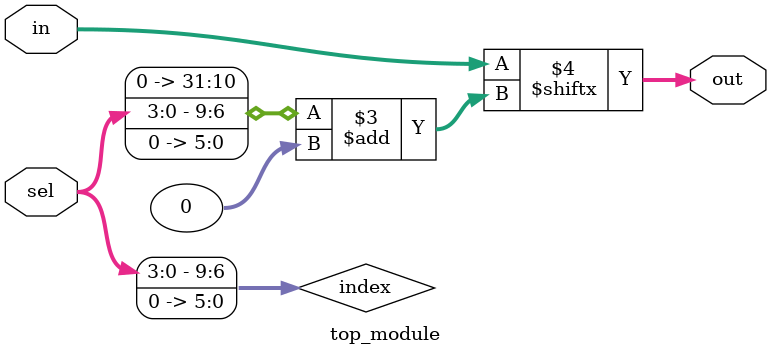
<source format=sv>
module top_module (
  input [1023:0] in,
  input [7:0] sel,
  output [3:0] out
);

  reg [9:0] index;
  
  always @(*) begin
    index = sel << 6;
  end
  
  assign out = in[index +: 4];
  
endmodule

</source>
